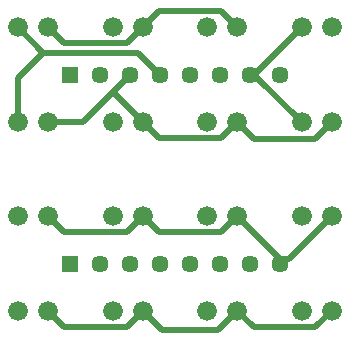
<source format=gtl>
G04 (created by PCBNEW-RS274X (2011-aug-04)-testing) date Tue 12 Feb 2013 02:33:29 PM PST*
G01*
G70*
G90*
%MOIN*%
G04 Gerber Fmt 3.4, Leading zero omitted, Abs format*
%FSLAX34Y34*%
G04 APERTURE LIST*
%ADD10C,0.006000*%
%ADD11C,0.066000*%
%ADD12C,0.057000*%
%ADD13R,0.057000X0.057000*%
%ADD14C,0.020000*%
G04 APERTURE END LIST*
G54D10*
G54D11*
X30524Y-31024D03*
X31524Y-31024D03*
X27374Y-31024D03*
X28374Y-31024D03*
X24224Y-31024D03*
X25224Y-31024D03*
X21075Y-31024D03*
X22075Y-31024D03*
X30524Y-27874D03*
X31524Y-27874D03*
X27374Y-27874D03*
X28374Y-27874D03*
X24224Y-27874D03*
X25224Y-27874D03*
X21075Y-27874D03*
X22075Y-27874D03*
X30524Y-24724D03*
X31524Y-24724D03*
X27374Y-24724D03*
X28374Y-24724D03*
X24224Y-24724D03*
X25224Y-24724D03*
X21075Y-24724D03*
X22075Y-24724D03*
X30524Y-21575D03*
X31524Y-21575D03*
X27374Y-21575D03*
X28374Y-21575D03*
X24224Y-21575D03*
X25224Y-21575D03*
X21075Y-21575D03*
X22075Y-21575D03*
G54D12*
X23799Y-29449D03*
X24799Y-29449D03*
X25799Y-29449D03*
X26799Y-29449D03*
X27799Y-29449D03*
X28799Y-29449D03*
G54D13*
X22799Y-29449D03*
G54D12*
X29799Y-29449D03*
X23799Y-23150D03*
X24799Y-23150D03*
X25799Y-23150D03*
X26799Y-23150D03*
X27799Y-23150D03*
X28799Y-23150D03*
G54D13*
X22799Y-23150D03*
G54D12*
X29799Y-23150D03*
G54D14*
X30524Y-24724D02*
X28950Y-23149D01*
X28949Y-23150D02*
X28950Y-23149D01*
X28799Y-23150D02*
X28949Y-23150D01*
X28950Y-23149D02*
X30524Y-21575D01*
X30980Y-31568D02*
X31524Y-31024D01*
X28918Y-31568D02*
X30980Y-31568D01*
X28374Y-31024D02*
X28918Y-31568D01*
X25859Y-31659D02*
X25224Y-31024D01*
X27739Y-31659D02*
X25859Y-31659D01*
X28374Y-31024D02*
X27739Y-31659D01*
X24690Y-31558D02*
X25224Y-31024D01*
X22609Y-31558D02*
X24690Y-31558D01*
X22075Y-31024D02*
X22609Y-31558D01*
X21075Y-23255D02*
X21075Y-24724D01*
X21915Y-22415D02*
X21075Y-23255D01*
X25064Y-22415D02*
X21915Y-22415D01*
X25799Y-23150D02*
X25064Y-22415D01*
X21915Y-22415D02*
X21075Y-21575D01*
X28946Y-25296D02*
X28374Y-24724D01*
X30952Y-25296D02*
X28946Y-25296D01*
X31524Y-24724D02*
X30952Y-25296D01*
X27840Y-25258D02*
X28374Y-24724D01*
X25758Y-25258D02*
X27840Y-25258D01*
X25224Y-24724D02*
X25758Y-25258D01*
X24225Y-23724D02*
X25224Y-24724D01*
X23225Y-24724D02*
X24225Y-23724D01*
X22075Y-24724D02*
X23225Y-24724D01*
X24225Y-23724D02*
X24799Y-23150D01*
X24690Y-28408D02*
X25224Y-27874D01*
X22609Y-28408D02*
X24690Y-28408D01*
X22075Y-27874D02*
X22609Y-28408D01*
X27840Y-28408D02*
X28374Y-27874D01*
X25758Y-28408D02*
X27840Y-28408D01*
X25224Y-27874D02*
X25758Y-28408D01*
X30099Y-29299D02*
X31524Y-27874D01*
X29799Y-29299D02*
X30099Y-29299D01*
X29799Y-29449D02*
X29799Y-29299D01*
X29799Y-29299D02*
X28374Y-27874D01*
X22611Y-22111D02*
X22075Y-21575D01*
X24688Y-22111D02*
X22611Y-22111D01*
X25224Y-21575D02*
X24688Y-22111D01*
X25757Y-21042D02*
X25224Y-21575D01*
X27841Y-21042D02*
X25757Y-21042D01*
X28374Y-21575D02*
X27841Y-21042D01*
M02*

</source>
